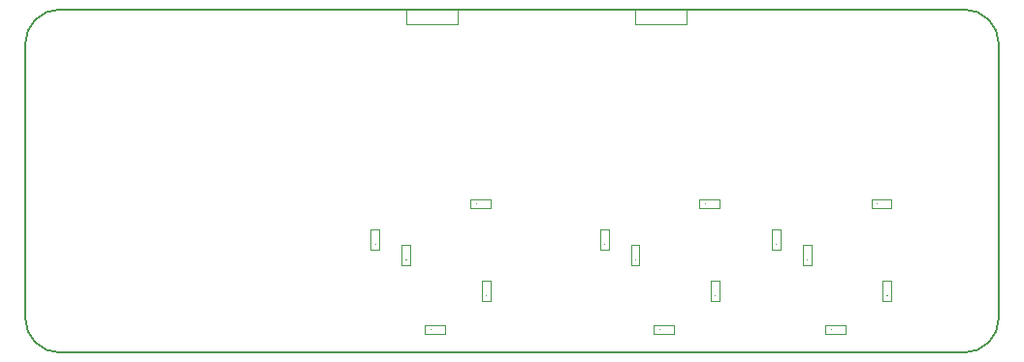
<source format=gm1>
G04 #@! TF.GenerationSoftware,KiCad,Pcbnew,(5.1.0-0)*
G04 #@! TF.CreationDate,2019-04-18T20:26:35-04:00*
G04 #@! TF.ProjectId,ubitx_panel,75626974-785f-4706-916e-656c2e6b6963,0.1*
G04 #@! TF.SameCoordinates,Original*
G04 #@! TF.FileFunction,Profile,NP*
%FSLAX46Y46*%
G04 Gerber Fmt 4.6, Leading zero omitted, Abs format (unit mm)*
G04 Created by KiCad (PCBNEW (5.1.0-0)) date 2019-04-18 20:26:35*
%MOMM*%
%LPD*%
G04 APERTURE LIST*
%ADD10C,0.150000*%
%ADD11C,0.000100*%
%ADD12C,0.100000*%
G04 APERTURE END LIST*
D10*
X171500000Y-79500000D02*
X92500000Y-79500000D01*
X174500000Y-106000000D02*
X174500000Y-106500000D01*
X171500000Y-109500000D02*
X171000000Y-109500000D01*
X89500000Y-106500000D02*
X89500000Y-82500000D01*
X174500000Y-82500000D02*
X174500000Y-106000000D01*
X92500000Y-109500000D02*
X171000000Y-109500000D01*
X89500000Y-106500000D02*
G75*
G03X92500000Y-109500000I3000000J0D01*
G01*
X171500000Y-109500000D02*
G75*
G03X174500000Y-106500000I0J3000000D01*
G01*
X174500000Y-82500000D02*
G75*
G03X171500000Y-79500000I-3000000J0D01*
G01*
X92500000Y-79500000D02*
G75*
G03X89500000Y-82500000I0J-3000000D01*
G01*
D11*
X153350000Y-79500000D02*
X147250000Y-79500000D01*
X147250000Y-79500000D02*
X147250000Y-80800000D01*
X147250000Y-80800000D02*
X142750000Y-80800000D01*
X142750000Y-80800000D02*
X142750000Y-79500000D01*
X142750000Y-79500000D02*
X136150000Y-79500000D01*
D12*
X144870000Y-107470000D02*
X144870000Y-107480000D01*
X144375000Y-107875000D02*
X146125000Y-107875000D01*
X146125000Y-107875000D02*
X146125000Y-107125000D01*
X146125000Y-107125000D02*
X144375000Y-107125000D01*
X144375000Y-107875000D02*
X144375000Y-107125000D01*
X149720000Y-104480000D02*
X149730000Y-104480000D01*
X150125000Y-104975000D02*
X150125000Y-103225000D01*
X150125000Y-103225000D02*
X149375000Y-103225000D01*
X149375000Y-103225000D02*
X149375000Y-104975000D01*
X150125000Y-104975000D02*
X149375000Y-104975000D01*
X142720000Y-101380000D02*
X142730000Y-101380000D01*
X143125000Y-101875000D02*
X143125000Y-100125000D01*
X143125000Y-100125000D02*
X142375000Y-100125000D01*
X142375000Y-100125000D02*
X142375000Y-101875000D01*
X143125000Y-101875000D02*
X142375000Y-101875000D01*
X140020000Y-99980000D02*
X140030000Y-99980000D01*
X140425000Y-100475000D02*
X140425000Y-98725000D01*
X140425000Y-98725000D02*
X139675000Y-98725000D01*
X139675000Y-98725000D02*
X139675000Y-100475000D01*
X140425000Y-100475000D02*
X139675000Y-100475000D01*
X148870000Y-96470000D02*
X148870000Y-96480000D01*
X148375000Y-96875000D02*
X150125000Y-96875000D01*
X150125000Y-96875000D02*
X150125000Y-96125000D01*
X150125000Y-96125000D02*
X148375000Y-96125000D01*
X148375000Y-96875000D02*
X148375000Y-96125000D01*
X159870000Y-107470000D02*
X159870000Y-107480000D01*
X159375000Y-107875000D02*
X161125000Y-107875000D01*
X161125000Y-107875000D02*
X161125000Y-107125000D01*
X161125000Y-107125000D02*
X159375000Y-107125000D01*
X159375000Y-107875000D02*
X159375000Y-107125000D01*
X164720000Y-104480000D02*
X164730000Y-104480000D01*
X165125000Y-104975000D02*
X165125000Y-103225000D01*
X165125000Y-103225000D02*
X164375000Y-103225000D01*
X164375000Y-103225000D02*
X164375000Y-104975000D01*
X165125000Y-104975000D02*
X164375000Y-104975000D01*
X157720000Y-101380000D02*
X157730000Y-101380000D01*
X158125000Y-101875000D02*
X158125000Y-100125000D01*
X158125000Y-100125000D02*
X157375000Y-100125000D01*
X157375000Y-100125000D02*
X157375000Y-101875000D01*
X158125000Y-101875000D02*
X157375000Y-101875000D01*
X155020000Y-99980000D02*
X155030000Y-99980000D01*
X155425000Y-100475000D02*
X155425000Y-98725000D01*
X155425000Y-98725000D02*
X154675000Y-98725000D01*
X154675000Y-98725000D02*
X154675000Y-100475000D01*
X155425000Y-100475000D02*
X154675000Y-100475000D01*
X163870000Y-96470000D02*
X163870000Y-96480000D01*
X163375000Y-96875000D02*
X165125000Y-96875000D01*
X165125000Y-96875000D02*
X165125000Y-96125000D01*
X165125000Y-96125000D02*
X163375000Y-96125000D01*
X163375000Y-96875000D02*
X163375000Y-96125000D01*
D11*
X133350000Y-79500000D02*
X127250000Y-79500000D01*
X127250000Y-79500000D02*
X127250000Y-80800000D01*
X127250000Y-80800000D02*
X122750000Y-80800000D01*
X122750000Y-80800000D02*
X122750000Y-79500000D01*
X122750000Y-79500000D02*
X116150000Y-79500000D01*
D12*
X124870000Y-107470000D02*
X124870000Y-107480000D01*
X124375000Y-107875000D02*
X126125000Y-107875000D01*
X126125000Y-107875000D02*
X126125000Y-107125000D01*
X126125000Y-107125000D02*
X124375000Y-107125000D01*
X124375000Y-107875000D02*
X124375000Y-107125000D01*
X129720000Y-104480000D02*
X129730000Y-104480000D01*
X130125000Y-104975000D02*
X130125000Y-103225000D01*
X130125000Y-103225000D02*
X129375000Y-103225000D01*
X129375000Y-103225000D02*
X129375000Y-104975000D01*
X130125000Y-104975000D02*
X129375000Y-104975000D01*
X122720000Y-101380000D02*
X122730000Y-101380000D01*
X123125000Y-101875000D02*
X123125000Y-100125000D01*
X123125000Y-100125000D02*
X122375000Y-100125000D01*
X122375000Y-100125000D02*
X122375000Y-101875000D01*
X123125000Y-101875000D02*
X122375000Y-101875000D01*
X120020000Y-99980000D02*
X120030000Y-99980000D01*
X120425000Y-100475000D02*
X120425000Y-98725000D01*
X120425000Y-98725000D02*
X119675000Y-98725000D01*
X119675000Y-98725000D02*
X119675000Y-100475000D01*
X120425000Y-100475000D02*
X119675000Y-100475000D01*
X128870000Y-96470000D02*
X128870000Y-96480000D01*
X128375000Y-96875000D02*
X130125000Y-96875000D01*
X130125000Y-96875000D02*
X130125000Y-96125000D01*
X130125000Y-96125000D02*
X128375000Y-96125000D01*
X128375000Y-96875000D02*
X128375000Y-96125000D01*
M02*

</source>
